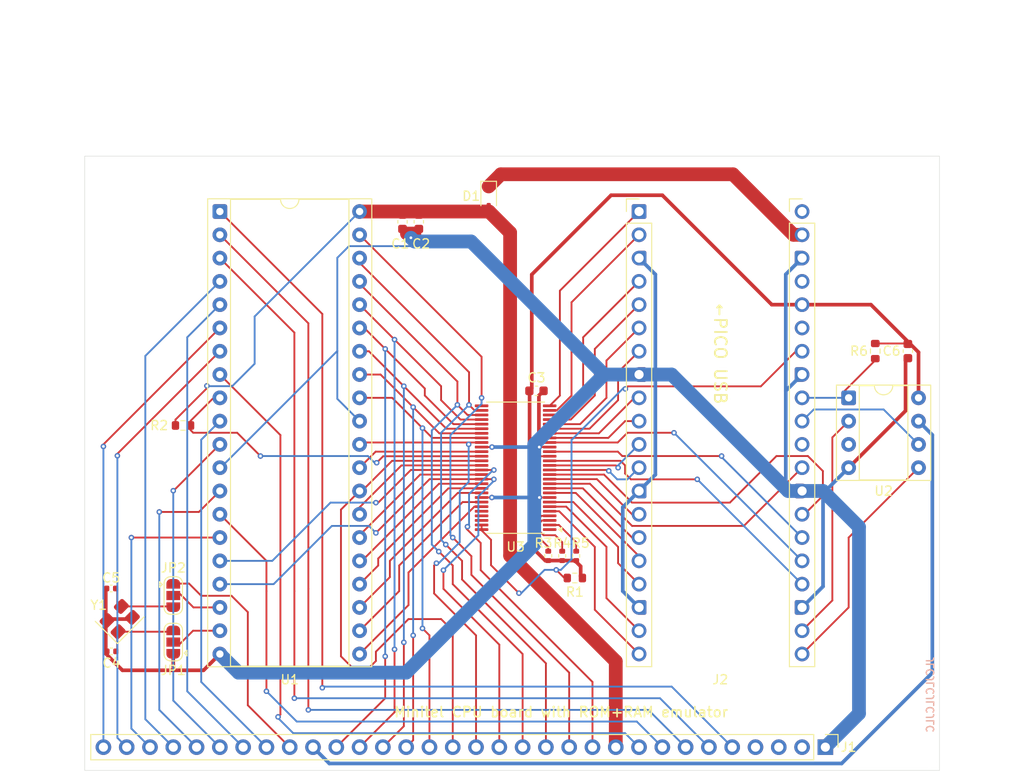
<source format=kicad_pcb>
(kicad_pcb (version 20241229) (generator "pcbnew") (generator_version "9.0")
  (layers (0 "F.Cu" signal) (2 "B.Cu" signal) (13 "F.Paste" user) (15 "B.Paste" user) (5 "F.SilkS" user "F.Silkscreen") (7 "B.SilkS" user "B.Silkscreen") (1 "F.Mask" user) (3 "B.Mask" user) (25 "Edge.Cuts" user))
  (net 0 "")
  (net 1 "/MODEM{slash}REVERSAL")
  (net 2 "/PERI{slash}TX")
  (net 3 "Net-(JP1-B)")
  (net 4 "/BUS{slash}RD")
  (net 5 "/PERI{slash}PTIN")
  (net 7 "/MODEM{slash}RTS")
  (net 8 "/BUS{slash}WR")
  (net 9 "Net-(JP2-B)")
  (net 10 "/BUS{slash}ALE")
  (net 11 "/MODEM{slash}CD")
  (net 12 "+BATT")
  (net 13 "/KEYB{slash}TX")
  (net 15 "/MODEM{slash}TX")
  (net 16 "/BUS{slash}AD0")
  (net 17 "GND")
  (net 18 "/BUS{slash}AD3")
  (net 19 "+5V")
  (net 20 "/EXTCLK")
  (net 21 "/STANDBY")
  (net 22 "/BUS{slash}AD1")
  (net 23 "/BUS{slash}AD2")
  (net 25 "/PERI{slash}PTOUT")
  (net 26 "/BUS{slash}AD4")
  (net 27 "/MODEM{slash}RX")
  (net 28 "/KEYB{slash}RX")
  (net 29 "/MODEM{slash}RELAY")
  (net 30 "/BUS{slash}AD5")
  (net 31 "/PERI{slash}RX")
  (net 32 "/BUS{slash}AD6")
  (net 33 "/BUS{slash}A15")
  (net 34 "/BUS{slash}AD7")
  (net 35 "/PICO{slash}AD5")
  (net 37 "/PICO{slash}A10")
  (net 38 "/PICO{slash}AD6")
  (net 39 "/PICO{slash}AD3")
  (net 40 "/PICO{slash}A8")
  (net 41 "/PICO{slash}A11")
  (net 42 "/PICO{slash}A15")
  (net 44 "/PICO{slash}A9")
  (net 45 "/PICO{slash}AD1")
  (net 48 "/PICO{slash}A13")
  (net 49 "/PICO{slash}A14")
  (net 50 "/PICO{slash}A12")
  (net 51 "/PICO{slash}AD0")
  (net 52 "/PICO{slash}AD2")
  (net 53 "/PICO{slash}AD4")
  (net 54 "/PICO{slash}AD7")
  (net 55 "Net-(JP1-C)")
  (net 56 "Net-(JP2-C)")
  (net 57 "Net-(J2-GPIO18)")
  (net 58 "Net-(U1-RST)")
  (net 59 "/BUS{slash}PSEN")
  (net 60 "/BUS{slash}A8")
  (net 61 "/BUS{slash}A10")
  (net 62 "/BUS{slash}A14")
  (net 63 "/BUS{slash}A12")
  (net 64 "/BUS{slash}A13")
  (net 65 "/BACKUP{slash}CS")
  (net 66 "/BACKUP{slash}MISO")
  (net 67 "+3V3")
  (net 68 "/BACKUP{slash}MOSI")
  (net 70 "/BACKUP{slash}SCK")
  (net 72 "/BUS{slash}A11")
  (net 73 "/BUS{slash}A9")
  (net 74 "/PICO{slash}ALE")
  (net 75 "/PICO{slash}WR")
  (net 76 "/PICO{slash}RD")
  (net 77 "/PICO{slash}PSEN")
  (net 78 "Net-(D1-K)")
  (net 79 "/PICO{slash}BUS_EN")
  (net 80 "Net-(U3-1A3)")
  (net 81 "Net-(U3-1A2)")
  (net 82 "Net-(U3-1A1)")
  (footprint "Package_DIP:DIP-40_W15.24mm_Socket" (layer "F.Cu") (at 62.12 37.88)
    (property "Reference" "U1")
    (property "Value" "P8032AH")
  )
  (footprint "Capacitor_SMD:C_0402_1005Metric" (layer "F.Cu") (at 50.264 78.994)
    (property "Reference" "C5")
    (property "Value" "30pF")
  )
  (footprint "MountingHole:ToolingHole_1.152mm" (layer "F.Cu") (at 139.51 32.94)
    (property "Reference" "H2" (hide yes))
    (property "Value" "JLCPCB_PCBA_Tooling_Hole")
  )
  (footprint "MountingHole:ToolingHole_1.152mm" (layer "F.Cu") (at 48.48 32.94)
    (property "Reference" "H1" (hide yes))
    (property "Value" "JLCPCB_PCBA_Tooling_Hole")
  )
  (footprint "Resistor_SMD:R_0402_1005Metric" (layer "F.Cu") (at 100.982 75.438 90)
    (property "Reference" "R5")
    (property "Value" "22K")
  )
  (footprint "Package_SO:TSSOP-56_6.1x14mm_P0.5mm" (layer "F.Cu") (at 94.378 65.82 180)
    (property "Reference" "U3")
    (property "Value" "SN74CB3T16211")
  )
  (footprint "Resistor_SMD:R_0402_1005Metric" (layer "F.Cu") (at 99.458 75.44 90)
    (property "Reference" "R4")
    (property "Value" "22K")
  )
  (footprint "Jumper:SolderJumper-3_P1.3mm_Open_RoundedPad1.0x1.5mm" (layer "F.Cu") (at 57.04 79.76 -90)
    (property "Reference" "JP2")
    (property "Value" "SolderJumper_3_Open")
  )
  (footprint "Capacitor_SMD:C_0603_1608Metric" (layer "F.Cu") (at 83.82 39.002 -90)
    (property "Reference" "C2")
    (property "Value" "100nF")
  )
  (footprint "Crystal:Crystal_SMD_3225-4Pin_3.2x2.5mm" (layer "F.Cu") (at 51.198 82.33 45)
    (property "Reference" "Y1")
    (property "Value" "12MHz")
  )
  (footprint "Capacitor_SMD:C_0603_1608Metric" (layer "F.Cu") (at 96.651 57.438)
    (property "Reference" "C3")
    (property "Value" "1uF")
  )
  (footprint "Diode_SMD:D_SOD-323" (layer "F.Cu") (at 91.44 36.195 -90)
    (property "Reference" "D1")
    (property "Value" "1N5819WS")
  )
  (footprint "ProjectFootprints:RaspberryPi_Pico_Common_THT" (layer "F.Cu") (at 107.84 37.88)
    (property "Reference" "J2")
    (property "Value" "RaspberryPico")
  )
  (footprint "Resistor_SMD:R_0603_1608Metric" (layer "F.Cu") (at 100.838 77.851 180)
    (property "Reference" "R1")
    (property "Value" "8K2")
  )
  (footprint "Resistor_SMD:R_0603_1608Metric" (layer "F.Cu") (at 58.103 61.214)
    (property "Reference" "R2")
    (property "Value" "8K2")
  )
  (footprint "Capacitor_SMD:C_0402_1005Metric" (layer "F.Cu") (at 50.292 85.852)
    (property "Reference" "C4")
    (property "Value" "30pF")
  )
  (footprint "Jumper:SolderJumper-3_P1.3mm_Open_RoundedPad1.0x1.5mm" (layer "F.Cu") (at 57.04 84.84 90)
    (property "Reference" "JP1")
    (property "Value" "SolderJumper_3_Open")
  )
  (footprint "Resistor_SMD:R_0402_1005Metric" (layer "F.Cu") (at 97.934 75.44 90)
    (property "Reference" "R3")
    (property "Value" "22K")
  )
  (footprint "Resistor_SMD:R_0603_1608Metric" (layer "F.Cu") (at 133.604 53.099 -90)
    (property "Reference" "R6")
    (property "Value" "8K2")
  )
  (footprint "Capacitor_SMD:C_0603_1608Metric" (layer "F.Cu") (at 82.042 39.002 -90)
    (property "Reference" "C1")
    (property "Value" "1uF")
  )
  (footprint "Capacitor_SMD:C_0603_1608Metric" (layer "F.Cu") (at 137.16 53.099 -90)
    (property "Reference" "C6")
    (property "Value" "100nF")
  )
  (footprint "Connector_PinHeader_2.54mm:PinHeader_1x32_P2.54mm_Vertical" (layer "F.Cu") (at 128.16 96.3 -90)
    (property "Reference" "J1")
    (property "Value" "722039M_CPU_Port")
  )
  (footprint "MountingHole:ToolingHole_1.152mm" (layer "F.Cu") (at 139.51 97.64)
    (property "Reference" "H3" (hide yes))
    (property "Value" "JLCPCB_PCBA_Tooling_Hole")
  )
  (footprint "Package_DIP:DIP-8_W7.62mm_Socket" (layer "F.Cu") (at 130.7 58.2)
    (property "Reference" "U2")
    (property "Value" "23LCV512")
  )
  (gr_rect (start 47.38 31.84) (end 140.61 98.84) (stroke (width 0.05)) (fill no) (layer "Edge.Cuts"))
  (gr_text "Minitel CPU board with ROM+RAM emulator" (at 99.3394 93.1164 0) (layer "F.SilkS") (effects (font (size 1.1 1.1) (thickness 0.18)) (justify bottom)))
  (gr_text "←PICO USB" (at 115.9415 53.34 270) (layer "F.SilkS") (effects (font (size 1.3 1.3) (thickness 0.2)) (justify bottom)))
  (gr_text "JLCJLCJLCJLC" (at 140.0766 86.36 90) (layer "B.SilkS") (effects (font (size 0.8 0.8) (thickness 0.15) (bold yes)) (justify left bottom mirror)))
  (segment (start 52.468 73.44) (end 62.12 73.44) (width 0.2) (layer "F.Cu") (net 1))
  (via (at 52.468 73.44) (size 0.6) (drill 0.3) (layers "F.Cu" "B.Cu") (net 1))
  (segment (start 52.468 73.44) (end 52.468 94.268) (width 0.2) (layer "B.Cu") (net 1))
  (segment (start 52.468 94.268) (end 54.5 96.3) (width 0.2) (layer "B.Cu") (net 1))
  (segment (start 57.04 68.326) (end 57.074 68.326) (width 0.2) (layer "F.Cu") (net 2))
  (segment (start 57.074 68.326) (end 62.12 63.28) (width 0.2) (layer "F.Cu") (net 2))
  (via (at 57.04 68.326) (size 0.6) (drill 0.3) (layers "F.Cu" "B.Cu") (net 2))
  (segment (start 57.04 91.22) (end 62.12 96.3) (width 0.2) (layer "B.Cu") (net 2))
  (segment (start 57.04 68.326) (end 57.04 91.22) (width 0.2) (layer "B.Cu") (net 2))
  (segment (start 56.871142 83.708858) (end 57.04 83.54) (width 0.2) (layer "F.Cu") (net 3))
  (segment (start 50.92 85.852) (end 50.92 83.958081) (width 0.2) (layer "F.Cu") (net 3))
  (segment (start 51.021223 83.708858) (end 56.871142 83.708858) (width 0.2) (layer "F.Cu") (net 3))
  (segment (start 90.6655 67.07) (end 91.984412 67.07) (width 0.2) (layer "F.Cu") (net 4))
  (segment (start 86.504 79.028) (end 92.6 85.124) (width 0.2) (layer "F.Cu") (net 4))
  (segment (start 86.758 67.07) (end 85 67.07) (width 0.2) (layer "F.Cu") (net 4))
  (segment (start 91.984412 67.07) (end 92.004412 67.09) (width 0.2) (layer "F.Cu") (net 4))
  (segment (start 86.504 76.996) (end 86.504 79.028) (width 0.2) (layer "F.Cu") (net 4))
  (segment (start 85 67.07) (end 79.138 72.932) (width 0.2) (layer "F.Cu") (net 4))
  (segment (start 92.6 85.124) (end 92.6 96.3) (width 0.2) (layer "F.Cu") (net 4))
  (segment (start 90.6655 67.07) (end 86.758 67.07) (width 0.2) (layer "F.Cu") (net 4))
  (via (at 92.004412 67.09) (size 0.6) (drill 0.3) (layers "F.Cu" "B.Cu") (net 4))
  (via (at 79.138 72.932) (size 0.6) (drill 0.3) (layers "F.Cu" "B.Cu") (net 4))
  (via (at 86.504 76.996) (size 0.6) (drill 0.3) (layers "F.Cu" "B.Cu") (net 4))
  (segment (start 90.314 68.951206) (end 90.314 73.186) (width 0.2) (layer "B.Cu") (net 4))
  (segment (start 92.004412 67.260794) (end 90.314 68.951206) (width 0.2) (layer "B.Cu") (net 4))
  (segment (start 67.9872 78.52) (end 62.12 78.52) (width 0.2) (layer "B.Cu") (net 4))
  (segment (start 92.004412 67.09) (end 92.004412 67.260794) (width 0.2) (layer "B.Cu") (net 4))
  (segment (start 86.504 76.996) (end 90.314 73.186) (width 0.2) (layer "B.Cu") (net 4))
  (segment (start 78.376 72.17) (end 74.3372 72.17) (width 0.2) (layer "B.Cu") (net 4))
  (segment (start 74.3372 72.17) (end 67.9872 78.52) (width 0.2) (layer "B.Cu") (net 4))
  (segment (start 79.138 72.932) (end 78.376 72.17) (width 0.2) (layer "B.Cu") (net 4))
  (segment (start 68.724 92.744) (end 68.724 62.264) (width 0.2) (layer "F.Cu") (net 5))
  (segment (start 68.724 62.264) (end 62.12 55.66) (width 0.2) (layer "F.Cu") (net 5))
  (segment (start 68.47 92.998) (end 68.724 92.744) (width 0.2) (layer "F.Cu") (net 5))
  (via (at 68.47 92.998) (size 0.6) (drill 0.3) (layers "F.Cu" "B.Cu") (net 5))
  (segment (start 70.121 94.776) (end 106.316 94.776) (width 0.2) (layer "B.Cu") (net 5))
  (segment (start 68.47 92.998) (end 68.47 93.125) (width 0.2) (layer "B.Cu") (net 5))
  (segment (start 106.316 94.776) (end 107.84 96.3) (width 0.2) (layer "B.Cu") (net 5))
  (segment (start 68.47 93.125) (end 70.121 94.776) (width 0.2) (layer "B.Cu") (net 5))
  (segment (start 49.42 63.28) (end 49.42 63.5) (width 0.2) (layer "F.Cu") (net 7))
  (segment (start 62.12 50.58) (end 49.42 63.28) (width 0.2) (layer "F.Cu") (net 7))
  (via (at 49.42 63.5) (size 0.6) (drill 0.3) (layers "F.Cu" "B.Cu") (net 7))
  (segment (start 49.42 63.5) (end 49.42 96.3) (width 0.2) (layer "B.Cu") (net 7))
  (segment (start 89.125 72.251) (end 89.044 72.332) (width 0.2) (layer "F.Cu") (net 8))
  (segment (start 90.568 76.996) (end 102.76 89.188) (width 0.2) (layer "F.Cu") (net 8))
  (segment (start 92.000412 66.07) (end 92.004412 66.074) (width 0.2) (layer "F.Cu") (net 8))
  (segment (start 82.952 66.07) (end 90.6655 66.07) (width 0.2) (layer "F.Cu") (net 8))
  (segment (start 89.044 72.332) (end 89.044 72.505) (width 0.2) (layer "F.Cu") (net 8))
  (segment (start 79.138 69.63) (end 79.392 69.63) (width 0.2) (layer "F.Cu") (net 8))
  (segment (start 102.76 89.188) (end 102.76 96.3) (width 0.2) (layer "F.Cu") (net 8))
  (segment (start 90.568 74.029) (end 90.568 76.996) (width 0.2) (layer "F.Cu") (net 8))
  (segment (start 89.044 72.505) (end 90.568 74.029) (width 0.2) (layer "F.Cu") (net 8))
  (segment (start 90.6655 66.07) (end 92.000412 66.07) (width 0.2) (layer "F.Cu") (net 8))
  (segment (start 79.392 69.63) (end 82.952 66.07) (width 0.2) (layer "F.Cu") (net 8))
  (via (at 89.125 72.251) (size 0.6) (drill 0.3) (layers "F.Cu" "B.Cu") (net 8))
  (via (at 79.138 69.63) (size 0.6) (drill 0.3) (layers "F.Cu" "B.Cu") (net 8))
  (via (at 92.004412 66.074) (size 0.6) (drill 0.3) (layers "F.Cu" "B.Cu") (net 8))
  (segment (start 89.298 72.078) (end 89.298 68.697206) (width 0.2) (layer "B.Cu") (net 8))
  (segment (start 89.298 68.697206) (end 91.921206 66.074) (width 0.2) (layer "B.Cu") (net 8))
  (segment (start 79.138 69.63) (end 74.1848 69.63) (width 0.2) (layer "B.Cu") (net 8))
  (segment (start 67.8348 75.98) (end 62.12 75.98) (width 0.2) (layer "B.Cu") (net 8))
  (segment (start 91.921206 66.074) (end 92.004412 66.074) (width 0.2) (layer "B.Cu") (net 8))
  (segment (start 74.1848 69.63) (end 67.8348 75.98) (width 0.2) (layer "B.Cu") (net 8))
  (segment (start 89.125 72.251) (end 89.298 72.078) (width 0.2) (layer "B.Cu") (net 8))
  (segment (start 56.931142 80.951142) (end 51.374777 80.951142) (width 0.2) (layer "F.Cu") (net 9))
  (segment (start 50.874858 80.951142) (end 50.8 81.026) (width 0.2) (layer "F.Cu") (net 9))
  (segment (start 50.744 78.994) (end 50.8 79.05) (width 0.2) (layer "F.Cu") (net 9))
  (segment (start 57.04 81.06) (end 56.931142 80.951142) (width 0.2) (layer "F.Cu") (net 9))
  (segment (start 50.92 79.05) (end 50.92 81.026) (width 0.2) (layer "F.Cu") (net 9))
  (segment (start 85.488 76.488) (end 85.742 76.234) (width 0.2) (layer "F.Cu") (net 10))
  (segment (start 90.06 96.3) (end 90.06 84.108) (width 0.2) (layer "F.Cu") (net 10))
  (segment (start 77.36 63.28) (end 77.57 63.07) (width 0.2) (layer "F.Cu") (net 10))
  (segment (start 85.488 79.536) (end 85.488 76.488) (width 0.2) (layer "F.Cu") (net 10))
  (segment (start 90.06 84.108) (end 85.488 79.536) (width 0.2) (layer "F.Cu") (net 10))
  (segment (start 77.57 63.07) (end 90.6655 63.07) (width 0.2) (layer "F.Cu") (net 10))
  (via (at 89.2556 63.2714) (size 0.6) (drill 0.3) (layers "F.Cu" "B.Cu") (net 10))
  (via (at 85.742 76.234) (size 0.6) (drill 0.3) (layers "F.Cu" "B.Cu") (net 10))
  (segment (start 89.2556 67.3864) (end 88.282 68.36) (width 0.2) (layer "B.Cu") (net 10))
  (segment (start 88.282 73.948) (end 85.996 76.234) (width 0.2) (layer "B.Cu") (net 10))
  (segment (start 89.2556 63.2714) (end 89.2556 67.3864) (width 0.2) (layer "B.Cu") (net 10))
  (segment (start 88.282 68.36) (end 88.282 73.948) (width 0.2) (layer "B.Cu") (net 10))
  (segment (start 85.996 76.234) (end 85.742 76.234) (width 0.2) (layer "B.Cu") (net 10))
  (segment (start 53.992 93.252) (end 53.992 53.628) (width 0.2) (layer "B.Cu") (net 11))
  (segment (start 53.992 53.628) (end 62.12 45.5) (width 0.2) (layer "B.Cu") (net 11))
  (segment (start 57.04 96.3) (end 53.992 93.252) (width 0.2) (layer "B.Cu") (net 11))
  (segment (start 139.827 62.247) (end 139.827 88.189) (width 0.4) (layer "B.Cu") (net 12))
  (segment (start 74.058 98.078) (end 72.28 96.3) (width 0.4) (layer "B.Cu") (net 12))
  (segment (start 129.938 98.078) (end 74.058 98.078) (width 0.4) (layer "B.Cu") (net 12))
  (segment (start 138.32 60.74) (end 139.827 62.247) (width 0.4) (layer "B.Cu") (net 12))
  (segment (start 139.827 88.189) (end 129.938 98.078) (width 0.4) (layer "B.Cu") (net 12))
  (segment (start 62.12 40.42) (end 71.772 50.072) (width 0.2) (layer "F.Cu") (net 13))
  (segment (start 71.772 79.028) (end 71.772 92.236) (width 0.2) (layer "F.Cu") (net 13))
  (segment (start 71.772 50.072) (end 71.772 79.028) (width 0.2) (layer "F.Cu") (net 13))
  (via (at 71.772 92.236) (size 0.6) (drill 0.3) (layers "F.Cu" "B.Cu") (net 13))
  (segment (start 108.856 92.236) (end 112.92 96.3) (width 0.2) (layer "B.Cu") (net 13))
  (segment (start 71.772 92.236) (end 108.856 92.236) (width 0.2) (layer "B.Cu") (net 13))
  (segment (start 50.944 64.296) (end 50.944 64.516) (width 0.2) (layer "F.Cu") (net 15))
  (segment (start 62.12 53.12) (end 50.944 64.296) (width 0.2) (layer "F.Cu") (net 15))
  (via (at 50.944 64.516) (size 0.6) (drill 0.3) (layers "F.Cu" "B.Cu") (net 15))
  (segment (start 50.944 64.516) (end 50.944 95.284) (width 0.2) (layer "B.Cu") (net 15))
  (segment (start 50.944 95.284) (end 51.96 96.3) (width 0.2) (layer "B.Cu") (net 15))
  (segment (start 89.552 75.472) (end 89.552 77.504) (width 0.2) (layer "F.Cu") (net 16))
  (segment (start 90.6655 53.7255) (end 90.6655 58.2) (width 0.2) (layer "F.Cu") (net 16))
  (segment (start 100.22 88.172) (end 100.22 96.3) (width 0.2) (layer "F.Cu") (net 16))
  (segment (start 90.6655 58.2) (end 90.6655 59.07) (width 0.2) (layer "F.Cu") (net 16))
  (segment (start 77.36 40.42) (end 90.6655 53.7255) (width 0.2) (layer "F.Cu") (net 16))
  (segment (start 89.552 77.504) (end 100.22 88.172) (width 0.2) (layer "F.Cu") (net 16))
  (segment (start 87.52 73.44) (end 89.552 75.472) (width 0.2) (layer "F.Cu") (net 16))
  (via (at 87.52 73.44) (size 0.6) (drill 0.3) (layers "F.Cu" "B.Cu") (net 16))
  (via (at 90.6655 58.2) (size 0.6) (drill 0.3) (layers "F.Cu" "B.Cu") (net 16))
  (segment (start 87.52 73.44) (end 87.266 73.186) (width 0.2) (layer "B.Cu") (net 16))
  (segment (start 90.6655 58.8645) (end 90.6655 58.2) (width 0.2) (layer "B.Cu") (net 16))
  (segment (start 87.266 73.186) (end 87.266 62.264) (width 0.2) (layer "B.Cu") (net 16))
  (segment (start 87.266 62.264) (end 90.6655 58.8645) (width 0.2) (layer "B.Cu") (net 16))
  (segment (start 57.04 87.918) (end 60.342 87.918) (width 0.4) (layer "F.Cu") (net 17))
  (segment (start 83.3374 40.2844) (end 82.5246 40.2844) (width 1.5) (layer "F.Cu") (net 17))
  (segment (start 96.97 69.07) (end 98.0905 69.07) (width 0.2) (layer "F.Cu") (net 17))
  (segment (start 57.04 87.918) (end 51.4944 87.918) (width 0.4) (layer "F.Cu") (net 17))
  (segment (start 136.906 59.614) (end 136.906 54.128) (width 0.4) (layer "F.Cu") (net 17))
  (segment (start 49.995919 82.33) (end 49.819142 82.506777) (width 0.4) (layer "F.Cu") (net 17))
  (segment (start 96.918 57.946) (end 96.918 63.534) (width 0.4) (layer "F.Cu") (net 17))
  (segment (start 97.426 57.438) (end 96.918 57.946) (width 0.4) (layer "F.Cu") (net 17))
  (segment (start 52.576858 82.153223) (end 52.400081 82.33) (width 0.4) (layer "F.Cu") (net 17))
  (segment (start 52.400081 82.33) (end 49.995919 82.33) (width 0.4) (layer "F.Cu") (net 17))
  (segment (start 60.342 87.918) (end 62.12 86.14) (width 0.4) (layer "F.Cu") (net 17))
  (segment (start 51.4944 87.918) (end 49.674 86.0976) (width 0.4) (layer "F.Cu") (net 17))
  (segment (start 130.7 65.82) (end 136.906 59.614) (width 0.4) (layer "F.Cu") (net 17))
  (segment (start 49.674 86.0976) (end 49.674 78.906) (width 0.4) (layer "F.Cu") (net 17))
  (segment (start 91.786 69.07) (end 90.6655 69.07) (width 0.2) (layer "F.Cu") (net 17))
  (segment (start 136.906 54.128) (end 137.16 53.874) (width 0.4) (layer "F.Cu") (net 17))
  (segment (start 91.802 63.57) (end 90.6655 63.57) (width 0.2) (layer "F.Cu") (net 17))
  (segment (start 57.04 86.14) (end 57.04 87.918) (width 0.4) (layer "F.Cu") (net 17))
  (segment (start 96.954 63.57) (end 98.0905 63.57) (width 0.2) (layer "F.Cu") (net 17))
  (segment (start 96.918 63.534) (end 96.954 63.57) (width 0.4) (layer "F.Cu") (net 17))
  (via (at 82.9564 40.7416) (size 0.6) (drill 0.3) (layers "F.Cu" "B.Cu") (net 17))
  (via (at 96.954 63.57) (size 0.6) (drill 0.3) (layers "F.Cu" "B.Cu") (net 17))
  (via (at 91.802 63.57) (size 0.6) (drill 0.3) (layers "F.Cu" "B.Cu") (net 17))
  (via (at 96.97 69.07) (size 0.6) (drill 0.3) (layers "F.Cu" "B.Cu") (net 17))
  (via (at 91.786 69.07) (size 0.6) (drill 0.3) (layers "F.Cu" "B.Cu") (net 17))
  (segment (start 130.7 65.82) (end 128.16 68.36) (width 0.4) (layer "B.Cu") (net 17))
  (segment (start 124.096 68.36) (end 111.396 55.66) (width 1.5) (layer "B.Cu") (net 17))
  (segment (start 123.842 57.438) (end 123.842 44.738) (width 0.4) (layer "B.Cu") (net 17))
  (segment (start 76.2 41.656) (end 82.8548 41.656) (width 0.2) (layer "B.Cu") (net 17))
  (segment (start 111.396 55.66) (end 107.84 55.66) (width 1.5) (layer "B.Cu") (net 17))
  (segment (start 123.842 68.106) (end 123.842 57.438) (width 0.4) (layer "B.Cu") (net 17))
  (segment (start 131.826 92.634) (end 128.16 96.3) (width 1.5) (layer "B.Cu") (net 17))
  (segment (start 96.41 74.202) (end 96.41 69.122) (width 1.5) (layer "B.Cu") (net 17))
  (segment (start 64.152 88.172) (end 82.44 88.172) (width 1.5) (layer "B.Cu") (net 17))
  (segment (start 106.062 79.282) (end 106.062 70.138) (width 0.4) (layer "B.Cu") (net 17))
  (segment (start 91.786 69.07) (end 96.358 69.07) (width 0.4) (layer "B.Cu") (net 17))
  (segment (start 82.9564 41.5544) (end 82.9564 40.7416) (width 0.2) (layer "B.Cu") (net 17))
  (segment (start 109.618 66.582) (end 109.618 55.66) (width 0.4) (layer "B.Cu") (net 17))
  (segment (start 128.16 68.36) (end 127.906 68.36) (width 0.4) (layer "B.Cu") (net 17))
  (segment (start 91.802 63.57) (end 96.12 63.57) (width 0.4) (layer "B.Cu") (net 17))
  (segment (start 74.93 42.926) (end 76.2 41.656) (width 0.2) (layer "B.Cu") (net 17))
  (segment (start 107.84 55.66) (end 109.618 55.66) (width 1) (layer "B.Cu") (net 17))
  (segment (start 104.03 55.66) (end 107.84 55.66) (width 1.5) (layer "B.Cu") (net 17))
  (segment (start 106.062 70.138) (end 107.84 68.36) (width 0.4) (layer "B.Cu") (net 17))
  (segment (start 62.196 65.82) (end 74.93 53.086) (width 0.2) (layer "B.Cu") (net 17))
  (segment (start 109.618 55.66) (end 109.618 44.738) (width 0.4) (layer "B.Cu") (net 17))
  (segment (start 96.41 63.28) (end 104.03 55.66) (width 1.5) (layer "B.Cu") (net 17))
  (segment (start 131.826 72.28) (end 131.826 92.634) (width 1.5) (layer "B.Cu") (net 17))
  (segment (start 107.84 68.36) (end 109.618 66.582) (width 0.4) (layer "B.Cu") (net 17))
  (segment (start 123.842 44.738) (end 125.62 42.96) (width 0.4) (layer "B.Cu") (net 17))
  (segment (start 89.518 41.148) (end 83.3628 41.148) (width 1.5) (layer "B.Cu") (net 17))
  (segment (start 74.93 53.086) (end 74.93 42.926) (width 0.2) (layer "B.Cu") (net 17))
  (segment (start 83.3628 41.148) (end 82.9564 40.7416) (width 1.5) (layer "B.Cu") (net 17))
  (segment (start 107.84 81.06) (end 106.062 79.282) (width 0.4) (layer "B.Cu") (net 17))
  (segment (start 96.358 69.07) (end 96.41 69.122) (width 0.4) (layer "B.Cu") (net 17))
  (segment (start 62.12 65.82) (end 62.196 65.82) (width 0.2) (layer "B.Cu") (net 17))
  (segment (start 125.62 81.06) (end 127.906 78.774) (width 0.4) (layer "B.Cu") (net 17))
  (segment (start 74.93 58.31) (end 74.93 53.086) (width 0.2) (layer "B.Cu") (net 17))
  (segment (start 82.8548 41.656) (end 82.9564 41.5544) (width 0.2) (layer "B.Cu") (net 17))
  (segment (start 96.12 63.57) (end 96.41 63.28) (width 0.4) (layer "B.Cu") (net 17))
  (segment (start 96.41 69.122) (end 96.41 63.28) (width 1.5) (layer "B.Cu") (net 17))
  (segment (start 127.906 68.36) (end 131.826 72.28) (width 1.5) (layer "B.Cu") (net 17))
  (segment (start 104.03 55.66) (end 89.518 41.148) (width 1.5) (layer "B.Cu") (net 17))
  (segment (start 77.36 60.74) (end 74.93 58.31) (width 0.2) (layer "B.Cu") (net 17))
  (segment (start 125.62 68.36) (end 124.096 68.36) (width 1.5) (layer "B.Cu") (net 17))
  (segment (start 125.62 55.66) (end 123.842 57.438) (width 0.4) (layer "B.Cu") (net 17))
  (segment (start 82.44 88.172) (end 96.41 74.202) (width 1.5) (layer "B.Cu") (net 17))
  (segment (start 127.906 78.774) (end 127.906 68.36) (width 0.4) (layer "B.Cu") (net 17))
  (segment (start 109.618 44.738) (end 107.84 42.96) (width 0.4) (layer "B.Cu") (net 17))
  (segment (start 62.12 86.14) (end 64.152 88.172) (width 1.5) (layer "B.Cu") (net 17))
  (segment (start 127.906 68.36) (end 125.62 68.36) (width 1.5) (layer "B.Cu") (net 17))
  (segment (start 81.17 92.49) (end 77.36 96.3) (width 0.2) (layer "F.Cu") (net 18))
  (segment (start 81.17 51.85) (end 86.25 56.93) (width 0.2) (layer "F.Cu") (net 18))
  (segment (start 81.17 85.632) (end 81.17 92.49) (width 0.2) (layer "F.Cu") (net 18))
  (segment (start 88.366 60.57) (end 90.6655 60.57) (width 0.2) (layer "F.Cu") (net 18))
  (segment (start 86.25 56.93) (end 86.25 58.454) (width 0.2) (layer "F.Cu") (net 18))
  (segment (start 86.25 58.454) (end 88.366 60.57) (width 0.2) (layer "F.Cu") (net 18))
  (segment (start 81.17 51.85) (end 77.36 48.04) (width 0.2) (layer "F.Cu") (net 18))
  (via (at 81.17 51.85) (size 0.6) (drill 0.3) (layers "F.Cu" "B.Cu") (net 18))
  (via (at 81.17 85.632) (size 0.6) (drill 0.3) (layers "F.Cu" "B.Cu") (net 18))
  (segment (start 81.17 85.632) (end 81.17 51.85) (width 0.2) (layer "B.Cu") (net 18))
  (segment (start 57.278 60.578) (end 57.278 61.214) (width 0.2) (layer "F.Cu") (net 19))
  (segment (start 105.3 86.9358) (end 93.7768 75.4126) (width 1.5) (layer "F.Cu") (net 19))
  (segment (start 105.3 96.3) (end 105.3 86.9358) (width 1.5) (layer "F.Cu") (net 19))
  (segment (start 60.706 56.896) (end 60.706 57.15) (width 0.2) (layer "F.Cu") (net 19))
  (segment (start 93.7768 75.4126) (end 93.7768 40.1828) (width 1.5) (layer "F.Cu") (net 19))
  (segment (start 91.474 37.88) (end 93.7768 40.1828) (width 1.5) (layer "F.Cu") (net 19))
  (segment (start 77.36 37.88) (end 91.474 37.88) (width 1.5) (layer "F.Cu") (net 19))
  (segment (start 60.706 57.15) (end 57.278 60.578) (width 0.2) (layer "F.Cu") (net 19))
  (via (at 60.706 56.896) (size 0.6) (drill 0.3) (layers "F.Cu" "B.Cu") (net 19))
  (segment (start 65.913 54.483) (end 65.913 49.327) (width 0.2) (layer "B.Cu") (net 19))
  (segment (start 60.706 56.896) (end 60.892 56.896) (width 0.2) (layer "B.Cu") (net 19))
  (segment (start 60.926 56.93) (end 63.466 56.93) (width 0.2) (layer "B.Cu") (net 19))
  (segment (start 65.913 49.327) (end 77.36 37.88) (width 0.2) (layer "B.Cu") (net 19))
  (segment (start 63.466 56.93) (end 65.913 54.483) (width 0.2) (layer "B.Cu") (net 19))
  (segment (start 60.892 56.896) (end 60.926 56.93) (width 0.2) (layer "B.Cu") (net 19))
  (segment (start 58.758 78.46) (end 60.088 79.79) (width 0.2) (layer "F.Cu") (net 20))
  (segment (start 60.088 79.79) (end 63.39 79.79) (width 0.2) (layer "F.Cu") (net 20))
  (segment (start 65.168 81.568) (end 65.168 91.728) (width 0.2) (layer "F.Cu") (net 20))
  (segment (start 63.39 79.79) (end 65.168 81.568) (width 0.2) (layer "F.Cu") (net 20))
  (segment (start 57.04 78.46) (end 58.758 78.46) (width 0.2) (layer "F.Cu") (net 20))
  (segment (start 65.168 91.728) (end 69.74 96.3) (width 0.2) (layer "F.Cu") (net 20))
  (segment (start 73.296 89.823) (end 73.296 49.056) (width 0.2) (layer "F.Cu") (net 21))
  (segment (start 73.296 49.056) (end 62.12 37.88) (width 0.2) (layer "F.Cu") (net 21))
  (via (at 73.296 89.823) (size 0.6) (drill 0.3) (layers "F.Cu" "B.Cu") (net 21))
  (segment (start 73.423 89.823) (end 73.55 89.696) (width 0.2) (layer "B.Cu") (net 21))
  (segment (start 73.55 89.696) (end 111.396 89.696) (width 0.2) (layer "B.Cu") (net 21))
  (segment (start 73.296 89.823) (end 73.423 89.823) (width 0.2) (layer "B.Cu") (net 21))
  (segment (start 111.396 89.696) (end 118 96.3) (width 0.2) (layer "B.Cu") (net 21))
  (segment (start 88.536 78.012) (end 97.68 87.156) (width 0.2) (layer "F.Cu") (net 22))
  (segment (start 89.298 55.406) (end 77.36 43.468) (width 0.2) (layer "F.Cu") (net 22))
  (segment (start 77.36 43.468) (end 77.36 42.96) (width 0.2) (layer "F.Cu") (net 22))
  (segment (start 89.292088 58.967912) (end 89.298 58.962) (width 0.2) (layer "F.Cu") (net 22))
  (segment (start 90.6655 59.57) (end 89.894176 59.57) (width 0.2) (layer "F.Cu") (net 22))
  (segment (start 97.68 87.156) (end 97.68 96.3) (width 0.2) (layer "F.Cu") (net 22))
  (segment (start 86.758 74.202) (end 88.536 75.98) (width 0.2) (layer "F.Cu") (net 22))
  (segment (start 88.536 75.98) (end 88.536 78.012) (width 0.2) (layer "F.Cu") (net 22))
  (segment (start 89.894176 59.57) (end 89.292088 58.967912) (width 0.2) (layer "F.Cu") (net 22))
  (segment (start 89.298 58.962) (end 89.298 55.406) (width 0.2) (layer "F.Cu") (net 22))
  (via (at 86.758 74.202) (size 0.6) (drill 0.3) (layers "F.Cu" "B.Cu") (net 22))
  (via (at 89.292088 58.967912) (size 0.6) (drill 0.3) (layers "F.Cu" "B.Cu") (net 22))
  (segment (start 86.25 73.694) (end 86.758 74.202) (width 0.2) (layer "B.Cu") (net 22))
  (segment (start 89.292088 58.967912) (end 86.25 62.01) (width 0.2) (layer "B.Cu") (net 22))
  (segment (start 86.25 62.01) (end 86.25 73.694) (width 0.2) (layer "B.Cu") (net 22))
  (segment (start 87.52 78.52) (end 95.14 86.14) (width 0.2) (layer "F.Cu") (net 23))
  (segment (start 87.52 76.488) (end 87.52 78.52) (width 0.2) (layer "F.Cu") (net 23))
  (segment (start 77.36 45.754) (end 77.36 45.5) (width 0.2) (layer "F.Cu") (net 23))
  (segment (start 88.028 56.422) (end 77.36 45.754) (width 0.2) (layer "F.Cu") (net 23))
  (segment (start 89.136 60.07) (end 88.028 58.962) (width 0.2) (layer "F.Cu") (net 23))
  (segment (start 85.996 74.964) (end 87.52 76.488) (width 0.2) (layer "F.Cu") (net 23))
  (segment (start 95.14 86.14) (end 95.14 96.3) (width 0.2) (layer "F.Cu") (net 23))
  (segment (start 90.6655 60.07) (end 89.136 60.07) (width 0.2) (layer "F.Cu") (net 23))
  (segment (start 88.028 58.962) (end 88.028 56.422) (width 0.2) (layer "F.Cu") (net 23))
  (via (at 85.996 74.964) (size 0.6) (drill 0.3) (layers "F.Cu" "B.Cu") (net 23))
  (via (at 88.028 58.962) (size 0.6) (drill 0.3) (layers "F.Cu" "B.Cu") (net 23))
  (segment (start 88.028 58.962) (end 85.234 61.756) (width 0.2) (layer "B.Cu") (net 23))
  (segment (start 85.234 61.756) (end 85.234 74.202) (width 0.2) (layer "B.Cu") (net 23))
  (segment (start 85.234 74.202) (end 85.996 74.964) (width 0.2) (layer "B.Cu") (net 23))
  (segment (start 67.2 79.282) (end 67.2 90.204) (width 0.2) (layer "F.Cu") (net 25))
  (segment (start 62.12 70.9) (end 67.2 75.98) (width 0.2) (layer "F.Cu") (net 25))
  (segment (start 67.2 75.98) (end 67.2 79.282) (width 0.2) (layer "F.Cu") (net 25))
  (via (at 67.2 90.204) (size 0.6) (drill 0.3) (layers "F.Cu" "B.Cu") (net 25))
  (segment (start 107.586 93.506) (end 70.502 93.506) (width 0.2) (layer "B.Cu") (net 25))
  (segment (start 70.502 93.506) (end 67.2 90.204) (width 0.2) (layer "B.Cu") (net 25))
  (segment (start 110.38 96.3) (end 107.586 93.506) (width 0.2) (layer "B.Cu") (net 25))
  (segment (start 80.154 52.866) (end 77.868 50.58) (width 0.2) (layer "F.Cu") (net 26))
  (segment (start 77.868 50.58) (end 77.36 50.58) (width 0.2) (layer "F.Cu") (net 26))
  (segment (start 84.472 57.184) (end 84.472 57.946) (width 0.2) (layer "F.Cu") (net 26))
  (segment (start 80.154 86.394) (end 80.154 90.966) (width 0.2) (layer "F.Cu") (net 26))
  (segment (start 84.472 57.946) (end 87.596 61.07) (width 0.2) (layer "F.Cu") (net 26))
  (segment (start 87.596 61.07) (end 90.6655 61.07) (width 0.2) (layer "F.Cu") (net 26))
  (segment (start 80.154 52.866) (end 84.472 57.184) (width 0.2) (layer "F.Cu") (net 26))
  (segment (start 80.154 90.966) (end 74.82 96.3) (width 0.2) (layer "F.Cu") (net 26))
  (via (at 80.154 86.394) (size 0.6) (drill 0.3) (layers "F.Cu" "B.Cu") (net 26))
  (via (at 80.154 52.866) (size 0.6) (drill 0.3) (layers "F.Cu" "B.Cu") (net 26))
  (segment (start 80.154 86.394) (end 80.154 52.866) (width 0.2) (layer "B.Cu") (net 26))
  (segment (start 55.516 70.646) (end 59.834 70.646) (width 0.2) (layer "F.Cu") (net 27))
  (segment (start 59.834 70.646) (end 62.12 68.36) (width 0.2) (layer "F.Cu") (net 27))
  (via (at 55.516 70.646) (size 0.6) (drill 0.3) (layers "F.Cu" "B.Cu") (net 27))
  (segment (start 55.516 92.236) (end 59.58 96.3) (width 0.2) (layer "B.Cu") (net 27))
  (segment (start 55.516 70.646) (end 55.516 92.236) (width 0.2) (layer "B.Cu") (net 27))
  (segment (start 62.12 42.96) (end 70.248 51.088) (width 0.2) (layer "F.Cu") (net 28))
  (segment (start 70.248 79.282) (end 70.248 90.966) (width 0.2) (layer "F.Cu") (net 28))
  (segment (start 70.248 51.088) (end 70.248 79.282) (width 0.2) (layer "F.Cu") (net 28))
  (via (at 70.248 90.966) (size 0.6) (drill 0.3) (layers "F.Cu" "B.Cu") (net 28))
  (segment (start 70.248 90.966) (end 110.126 90.966) (width 0.2) (layer "B.Cu") (net 28))
  (segment (start 110.126 90.966) (end 115.46 96.3) (width 0.2) (layer "B.Cu") (net 28))
  (segment (start 58.564 51.596) (end 62.12 48.04) (width 0.2) (layer "B.Cu") (net 29))
  (segment (start 58.564 90.204) (end 58.564 51.596) (width 0.2) (layer "B.Cu") (net 29))
  (segment (start 64.66 96.3) (end 58.564 90.204) (width 0.2) (layer "B.Cu") (net 29))
  (segment (start 86.826 61.57) (end 90.6655 61.57) (width 0.2) (layer "F.Cu") (net 30))
  (segment (start 82.186 56.93) (end 86.826 61.57) (width 0.2) (layer "F.Cu") (net 30))
  (segment (start 78.376 53.12) (end 77.36 53.12) (width 0.2) (layer "F.Cu") (net 30))
  (segment (start 82.186 56.93) (end 78.376 53.12) (width 0.2) (layer "F.Cu") (net 30))
  (segment (start 82.186 94.014) (end 79.9 96.3) (width 0.2) (layer "F.Cu") (net 30))
  (segment (start 82.186 84.87) (end 82.186 94.014) (width 0.2) (layer "F.Cu") (net 30))
  (via (at 82.186 84.87) (size 0.6) (drill 0.3) (layers "F.Cu" "B.Cu") (net 30))
  (via (at 82.186 56.93) (size 0.6) (drill 0.3) (layers "F.Cu" "B.Cu") (net 30))
  (segment (start 82.186 84.87) (end 82.186 56.93) (width 0.2) (layer "B.Cu") (net 30))
  (segment (start 67.2 96.3) (end 60.088 89.188) (width 0.2) (layer "B.Cu") (net 31))
  (segment (start 60.088 89.188) (end 60.088 62.772) (width 0.2) (layer "B.Cu") (net 31))
  (segment (start 60.088 62.772) (end 62.12 60.74) (width 0.2) (layer "B.Cu") (net 31))
  (segment (start 86.056 62.07) (end 90.6655 62.07) (width 0.2) (layer "F.Cu") (net 32))
  (segment (start 83.202 84.108) (end 83.202 95.538) (width 0.2) (layer "F.Cu") (net 32))
  (segment (start 83.202 59.216) (end 86.056 62.07) (width 0.2) (layer "F.Cu") (net 32))
  (segment (start 79.646 55.66) (end 77.36 55.66) (width 0.2) (layer "F.Cu") (net 32))
  (segment (start 83.202 59.216) (end 79.646 55.66) (width 0.2) (layer "F.Cu") (net 32))
  (segment (start 83.202 95.538) (end 82.44 96.3) (width 0.2) (layer "F.Cu") (net 32))
  (via (at 83.202 84.108) (size 0.6) (drill 0.3) (layers "F.Cu" "B.Cu") (net 32))
  (via (at 83.202 59.216) (size 0.6) (drill 0.3) (layers "F.Cu" "B.Cu") (net 32))
  (segment (start 83.202 84.108) (end 83.202 59.216) (width 0.2) (layer "B.Cu") (net 32))
  (segment (start 86.25 82.33) (end 82.694 82.33) (width 0.2) (layer "F.Cu") (net 33))
  (segment (start 87.52 96.3) (end 87.52 83.6) (width 0.2) (layer "F.Cu") (net 33))
  (segment (start 82.694 82.33) (end 79.138 85.886) (width 0.2) (layer "F.Cu") (net 33))
  (segment (start 78.376 87.664) (end 76.598 87.664) (width 0.2) (layer "F.Cu") (net 33))
  (segment (start 76.598 87.664) (end 75.328 86.394) (width 0.2) (layer "F.Cu") (net 33))
  (segment (start 77.614 68.36) (end 77.36 68.36) (width 0.2) (layer "F.Cu") (net 33))
  (segment (start 79.138 85.886) (end 79.138 86.902) (width 0.2) (layer "F.Cu") (net 33))
  (segment (start 79.138 86.902) (end 78.376 87.664) (width 0.2) (layer "F.Cu") (net 33))
  (segment (start 80.904 65.07) (end 77.614 68.36) (width 0.2) (layer "F.Cu") (net 33))
  (segment (start 90.6655 65.07) (end 80.904 65.07) (width 0.2) (layer "F.Cu") (net 33))
  (segment (start 87.52 83.6) (end 86.25 82.33) (width 0.2) (layer "F.Cu") (net 33))
  (segment (start 75.328 70.392) (end 77.36 68.36) (width 0.2) (layer "F.Cu") (net 33))
  (segment (start 75.328 86.394) (end 75.328 70.392) (width 0.2) (layer "F.Cu") (net 33))
  (segment (start 84.218 61.502) (end 85.286 62.57) (width 0.2) (layer "F.Cu") (net 34))
  (segment (start 84.218 61.502) (end 80.916 58.2) (width 0.2) (layer "F.Cu") (net 34))
  (segment (start 80.916 58.2) (end 77.36 58.2) (width 0.2) (layer "F.Cu") (net 34))
  (segment (start 85.286 62.57) (end 90.6655 62.57) (width 0.2) (layer "F.Cu") (net 34))
  (segment (start 84.218 83.346) (end 84.98 84.108) (width 0.2) (layer "F.Cu") (net 34))
  (segment (start 84.98 84.108) (end 84.98 96.3) (width 0.2) (layer "F.Cu") (net 34))
  (via (at 84.218 61.502) (size 0.6) (drill 0.3) (layers "F.Cu" "B.Cu") (net 34))
  (via (at 84.218 83.346) (size 0.6) (drill 0.3) (layers "F.Cu" "B.Cu") (net 34))
  (segment (start 84.218 83.346) (end 84.218 61.502) (width 0.2) (layer "B.Cu") (net 34))
  (segment (start 105.554 55.406) (end 107.84 53.12) (width 0.2) (layer "F.Cu") (net 35))
  (segment (start 105.554 58.454) (end 105.554 55.406) (width 0.2) (layer "F.Cu") (net 35))
  (segment (start 102.438 61.57) (end 105.554 58.454) (width 0.2) (layer "F.Cu") (net 35))
  (segment (start 98.0905 61.57) (end 102.438 61.57) (width 0.2) (layer "F.Cu") (net 35))
  (segment (start 100.668 69.57) (end 105.554 74.456) (width 0.2) (layer "F.Cu") (net 37))
  (segment (start 98.0905 69.57) (end 100.668 69.57) (width 0.2) (layer "F.Cu") (net 37))
  (segment (start 105.554 74.456) (end 105.554 76.234) (width 0.2) (layer "F.Cu") (net 37))
  (segment (start 105.554 76.234) (end 107.84 78.52) (width 0.2) (layer "F.Cu") (net 37))
  (segment (start 98.0905 62.07) (end 103.462 62.07) (width 0.2) (layer "F.Cu") (net 38))
  (segment (start 107.332 58.2) (end 107.84 58.2) (width 0.2) (layer "F.Cu") (net 38))
  (segment (start 103.462 62.07) (end 107.332 58.2) (width 0.2) (layer "F.Cu") (net 38))
  (segment (start 98.0905 60.57) (end 100.39 60.57) (width 0.2) (layer "F.Cu") (net 39))
  (segment (start 103.014 57.946) (end 103.014 52.866) (width 0.2) (layer "F.Cu") (net 39))
  (segment (start 100.39 60.57) (end 103.014 57.946) (width 0.2) (layer "F.Cu") (net 39))
  (segment (start 103.014 52.866) (end 107.84 48.04) (width 0.2) (layer "F.Cu") (net 39))
  (segment (start 99.128 70.57) (end 103.014 74.456) (width 0.2) (layer "F.Cu") (net 40))
  (segment (start 103.014 74.456) (end 103.014 81.314) (width 0.2) (layer "F.Cu") (net 40))
  (segment (start 98.0905 70.57) (end 99.128 70.57) (width 0.2) (layer "F.Cu") (net 40))
  (segment (start 103.014 81.314) (end 107.84 86.14) (width 0.2) (layer "F.Cu") (net 40))
  (segment (start 100.938 68.57) (end 107.84 75.472) (width 0.2) (layer "F.Cu") (net 41))
  (segment (start 98.0905 68.57) (end 100.938 68.57) (width 0.2) (layer "F.Cu") (net 41))
  (segment (start 107.84 75.472) (end 107.84 75.98) (width 0.2) (layer "F.Cu") (net 41))
  (segment (start 105.304 65.57) (end 98.0905 65.57) (width 0.2) (layer "F.Cu") (net 42))
  (segment (start 105.554 65.82) (end 105.304 65.57) (width 0.2) (layer "F.Cu") (net 42))
  (via (at 105.554 65.82) (size 0.6) (drill 0.3) (layers "F.Cu" "B.Cu") (net 42))
  (segment (start 105.554 65.566) (end 105.554 65.82) (width 0.2) (layer "B.Cu") (net 42))
  (segment (start 107.84 63.28) (end 105.554 65.566) (width 0.2) (layer "B.Cu") (net 42))
  (segment (start 107.205 63.28) (end 107.84 63.28) (width 0.2) (layer "B.Cu") (net 42))
  (segment (start 104.284 74.456) (end 104.284 80.044) (width 0.2) (layer "F.Cu") (net 44))
  (segment (start 104.284 80.044) (end 107.84 83.6) (width 0.2) (layer "F.Cu") (net 44))
  (segment (start 98.0905 70.07) (end 99.898 70.07) (width 0.2) (layer "F.Cu") (net 44))
  (segment (start 99.898 70.07) (end 104.284 74.456) (width 0.2) (layer "F.Cu") (net 44))
  (segment (start 100.474 47.786) (end 100.474 57.957824) (width 0.2) (layer "F.Cu") (net 45))
  (segment (start 100.474 57.957824) (end 98.861824 59.57) (width 0.2) (layer "F.Cu") (net 45))
  (segment (start 98.861824 59.57) (end 98.0905 59.57) (width 0.2) (layer "F.Cu") (net 45))
  (segment (start 107.84 40.42) (end 100.474 47.786) (width 0.2) (layer "F.Cu") (net 45))
  (segment (start 98.0905 67.07) (end 103.248 67.07) (width 0.2) (layer "F.Cu") (net 48))
  (segment (start 103.248 67.07) (end 107.078 70.9) (width 0.2) (layer "F.Cu") (net 48))
  (segment (start 107.078 70.9) (end 107.84 70.9) (width 0.2) (layer "F.Cu") (net 48))
  (segment (start 104.438 66.07) (end 98.0905 66.07) (width 0.2) (layer "F.Cu") (net 49))
  (segment (start 107.59 65.57) (end 107.84 65.82) (width 0.2) (layer "F.Cu") (net 49))
  (segment (start 104.538 66.17) (end 104.438 66.07) (width 0.2) (layer "F.Cu") (net 49))
  (via (at 104.538 66.17) (size 0.6) (drill 0.3) (layers "F.Cu" "B.Cu") (net 49))
  (segment (start 106.57 67.09) (end 107.84 65.82) (width 0.2) (layer "B.Cu") (net 49))
  (segment (start 104.538 66.17) (end 105.458 67.09) (width 0.2) (layer "B.Cu") (net 49))
  (segment (start 105.458 67.09) (end 106.57 67.09) (width 0.2) (layer "B.Cu") (net 49))
  (segment (start 98.0905 68.07) (end 101.708 68.07) (width 0.2) (layer "F.Cu") (net 50))
  (segment (start 107.078 73.44) (end 107.84 73.44) (width 0.2) (layer "F.Cu") (net 50))
  (segment (start 101.708 68.07) (end 107.078 73.44) (width 0.2) (layer "F.Cu") (net 50))
  (segment (start 99.204 57.9565) (end 98.0905 59.07) (width 0.2) (layer "F.Cu") (net 51))
  (segment (start 99.204 46.516) (end 99.204 57.9565) (width 0.2) (layer "F.Cu") (net 51))
  (segment (start 107.84 37.88) (end 99.204 46.516) (width 0.2) (layer "F.Cu") (net 51))
  (segment (start 98.0905 60.07) (end 99.62 60.07) (width 0.2) (layer "F.Cu") (net 52))
  (segment (start 99.62 60.07) (end 101.744 57.946) (width 0.2) (layer "F.Cu") (net 52))
  (segment (start 101.744 57.946) (end 101.744 51.596) (width 0.2) (layer "F.Cu") (net 52))
  (segment (start 101.744 51.596) (end 107.84 45.5) (width 0.2) (layer "F.Cu") (net 52))
  (segment (start 101.414 61.07) (end 104.284 58.2) (width 0.2) (layer "F.Cu") (net 53))
  (segment (start 104.284 58.2) (end 104.284 54.136) (width 0.2) (layer "F.Cu") (net 53))
  (segment (start 104.284 54.136) (end 107.84 50.58) (width 0.2) (layer "F.Cu") (net 53))
  (segment (start 98.0905 61.07) (end 101.414 61.07) (width 0.2) (layer "F.Cu") (net 53))
  (segment (start 106.316 60.74) (end 107.84 60.74) (width 0.2) (layer "F.Cu") (net 54))
  (segment (start 98.0905 62.57) (end 104.486 62.57) (width 0.2) (layer "F.Cu") (net 54))
  (segment (start 104.486 62.57) (end 106.316 60.74) (width 0.2) (layer "F.Cu") (net 54))
  (segment (start 57.04 84.84) (end 57.3154 85.1154) (width 0.2) (layer "F.Cu") (net 55))
  (segment (start 57.3154 85.1154) (end 57.6834 85.1154) (width 0.2) (layer "F.Cu") (net 55))
  (segment (start 59.1988 83.6) (end 62.12 83.6) (width 0.2) (layer "F.Cu") (net 55))
  (segment (start 57.6834 85.1154) (end 59.1988 83.6) (width 0.2) (layer "F.Cu") (net 55))
  (segment (start 57.298 79.502) (end 57.04 79.76) (width 0.2) (layer "F.Cu") (net 56))
  (segment (start 57.6834 79.502) (end 57.298 79.502) (width 0.2) (layer "F.Cu") (net 56))
  (segment (start 62.12 81.06) (end 59.2414 81.06) (width 0.2) (layer "F.Cu") (net 56))
  (segment (start 59.2414 81.06) (end 57.6834 79.502) (width 0.2) (layer "F.Cu") (net 56))
  (segment (start 106.316 66.455) (end 106.316 65.566) (width 0.2) (layer "F.Cu") (net 57))
  (segment (start 106.316 65.566) (end 105.82 65.07) (width 0.2) (layer "F.Cu") (net 57))
  (segment (start 106.951 67.09) (end 106.316 66.455) (width 0.2) (layer "F.Cu") (net 57))
  (segment (start 114.19 67.09) (end 106.951 67.09) (width 0.2) (layer "F.Cu") (net 57))
  (segment (start 105.82 65.07) (end 98.0905 65.07) (width 0.2) (layer "F.Cu") (net 57))
  (via (at 114.19 67.09) (size 0.6) (drill 0.3) (layers "F.Cu" "B.Cu") (net 57))
  (segment (start 114.19 67.09) (end 125.62 78.52) (width 0.2) (layer "B.Cu") (net 57))
  (segment (start 79.2226 65.278) (end 79.9306 64.57) (width 0.2) (layer "F.Cu") (net 58))
  (segment (start 61.434 58.2) (end 62.12 58.2) (width 0.2) (layer "F.Cu") (net 58))
  (segment (start 79.9306 64.57) (end 90.6655 64.57) (width 0.2) (layer "F.Cu") (net 58))
  (segment (start 62.772 58.2) (end 62.12 58.2) (width 0.2) (layer "F.Cu") (net 58))
  (segment (start 58.928 61.214) (end 58.928 60.706) (width 0.2) (layer "F.Cu") (net 58))
  (segment (start 58.928 60.706) (end 61.434 58.2) (width 0.2) (layer "F.Cu") (net 58))
  (segment (start 58.928 61.214) (end 58.928 61.722) (width 0.2) (layer "F.Cu") (net 58))
  (segment (start 59.216 62.01) (end 64.008 62.01) (width 0.2) (layer "F.Cu") (net 58))
  (segment (start 58.928 61.722) (end 59.216 62.01) (width 0.2) (layer "F.Cu") (net 58))
  (segment (start 64.008 62.01) (end 66.548 64.55) (width 0.2) (layer "F.Cu") (net 58))
  (via (at 66.548 64.55) (size 0.6) (drill 0.3) (layers "F.Cu" "B.Cu") (net 58))
  (via (at 79.2226 65.278) (size 0.6) (drill 0.3) (layers "F.Cu" "B.Cu") (net 58))
  (segment (start 78.994 65.278) (end 79.2226 65.278) (width 0.2) (layer "B.Cu") (net 58))
  (segment (start 66.548 64.55) (end 78.266 64.55) (width 0.2) (layer "B.Cu") (net 58))
  (segment (start 78.266 64.55) (end 78.994 65.278) (width 0.2) (layer "B.Cu") (net 58))
  (segment (start 79.11 64.07) (end 90.2645 64.07) (width 0.2) (layer "F.Cu") (net 59))
  (segment (start 77.36 65.82) (end 79.11 64.07) (width 0.2) (layer "F.Cu") (net 59))
  (segment (start 82.694 80.806) (end 77.36 86.14) (width 0.2) (layer "F.Cu") (net 60))
  (segment (start 89.874 70.07) (end 82.694 77.25) (width 0.2) (layer "F.Cu") (net 60))
  (segment (start 82.694 77.25) (end 82.694 80.806) (width 0.2) (layer "F.Cu") (net 60))
  (segment (start 90.6655 70.07) (end 89.874 70.07) (width 0.2) (layer "F.Cu") (net 60))
  (segment (start 88.072 68.57) (end 90.6655 68.57) (width 0.2) (layer "F.Cu") (net 61))
  (segment (start 80.662 75.98) (end 88.072 68.57) (width 0.2) (layer "F.Cu") (net 61))
  (segment (start 77.36 81.06) (end 80.662 77.758) (width 0.2) (layer "F.Cu") (net 61))
  (segment (start 80.662 77.758) (end 80.662 75.98) (width 0.2) (layer "F.Cu") (net 61))
  (segment (start 77.36 70.9) (end 77.36 70.138) (width 0.2) (layer "F.Cu") (net 62))
  (segment (start 81.928 65.57) (end 77.36 70.138) (width 0.2) (layer "F.Cu") (net 62))
  (segment (start 90.6655 65.57) (end 81.928 65.57) (width 0.2) (layer "F.Cu") (net 62))
  (segment (start 77.614 75.98) (end 77.36 75.98) (width 0.2) (layer "F.Cu") (net 63))
  (segment (start 86.024 67.57) (end 77.614 75.98) (width 0.2) (layer "F.Cu") (net 63))
  (segment (start 90.6655 67.57) (end 86.024 67.57) (width 0.2) (layer "F.Cu") (net 63))
  (segment (start 90.6655 66.57) (end 83.976 66.57) (width 0.2) (layer "F.Cu") (net 64))
  (segment (start 77.36 73.186) (end 77.36 73.44) (width 0.2) (layer "F.Cu") (net 64))
  (segment (start 83.976 66.57) (end 77.36 73.186) (width 0.2) (layer "F.Cu") (net 64))
  (segment (start 130.048 57.658) (end 130.59 58.2) (width 0.2) (layer "F.Cu") (net 65))
  (segment (start 130.59 58.2) (end 130.7 58.2) (width 0.2) (layer "F.Cu") (net 65))
  (segment (start 133.604 54.102) (end 130.048 57.658) (width 0.2) (layer "F.Cu") (net 65))
  (segment (start 133.604 53.924) (end 133.604 54.102) (width 0.2) (layer "F.Cu") (net 65))
  (segment (start 125.62 58.2) (end 130.7 58.2) (width 0.2) (layer "B.Cu") (net 65))
  (segment (start 128.922 62.518) (end 130.7 60.74) (width 0.2) (layer "F.Cu") (net 66))
  (segment (start 128.922 80.298) (end 128.922 62.518) (width 0.2) (layer "F.Cu") (net 66))
  (segment (start 125.62 83.6) (end 128.922 80.298) (width 0.2) (layer "F.Cu") (net 66))
  (segment (start 96.139 57.175) (end 96.139 44.755) (width 0.4) (layer "F.Cu") (net 67))
  (segment (start 95.902 74.237999) (end 95.902 63.788) (width 0.4) (layer "F.Cu") (net 67))
  (segment (start 125.62 48.04) (end 133.13 48.04) (width 0.4) (layer "F.Cu") (net 67))
  (segment (start 101.473 77.661) (end 101.663 77.851) (width 0.4) (layer "F.Cu") (net 67))
  (segment (start 97.934 75.95) (end 97.614001 75.95) (width 0.4) (layer "F.Cu") (net 67))
  (segment (start 96.962636 64.57) (end 96.942636 64.55) (width 0.4) (layer "F.Cu") (net 67))
  (segment (start 95.876 57.438) (end 96.139 57.175) (width 0.4) (layer "F.Cu") (net 67))
  (segment (start 95.876 57.438) (end 95.876 57.286) (width 0.4) (layer "F.Cu") (net 67))
  (segment (start 97.614001 75.95) (end 95.902 74.237999) (width 0.4) (layer "F.Cu") (net 67))
  (segment (start 95.902 63.788) (end 95.902 57.26) (width 0.4) (layer "F.Cu") (net 67))
  (segment (start 137.11 52.274) (end 137.16 52.324) (width 0.2) (layer "F.Cu") (net 67))
  (segment (start 99.46 75.948) (end 99.458 75.95) (width 0.4) (layer "F.Cu") (net 67))
  (segment (start 99.458 75.95) (end 97.934 75.95) (width 0.4) (layer "F.Cu") (net 67))
  (segment (start 110.38 36.102) (end 122.318 48.04) (width 0.4) (layer "F.Cu") (net 67))
  (segment (start 133.13 48.04) (end 138.32 53.23) (width 0.4) (layer "F.Cu") (net 67))
  (segment (start 96.942636 64.55) (end 96.664 64.55) (width 0.4) (layer "F.Cu") (net 67))
  (segment (start 138.32 53.23) (end 138.32 58.2) (width 0.4) (layer "F.Cu") (net 67))
  (segment (start 100.982 76.09) (end 101.473 76.581) (width 0.4) (layer "F.Cu") (net 67))
  (segment (start 101.473 76.581) (end 101.473 77.661) (width 0.4) (layer "F.Cu") (net 67))
  (segment (start 104.792 36.102) (end 110.38 36.102) (width 0.4) (layer "F.Cu") (net 67))
  (segment (start 98.0905 64.57) (end 96.962636 64.57) (width 0.2) (layer "F.Cu") (net 67))
  (segment (start 100.982 75.948) (end 99.46 75.948) (width 0.4) (layer "F.Cu") (net 67))
  (segment (start 133.604 52.274) (end 137.11 52.274) (width 0.2) (layer "F.Cu") (net 67))
  (segment (start 100.982 75.948) (end 100.982 76.09) (width 0.4) (layer "F.Cu") (net 67))
  (segment (start 122.318 48.04) (end 125.62 48.04) (width 0.4) (layer "F.Cu") (net 67))
  (segment (start 96.664 64.55) (end 95.902 63.788) (width 0.4) (layer "F.Cu") (net 67))
  (segment (start 96.139 44.755) (end 104.792 36.102) (width 0.4) (layer "F.Cu") (net 67))
  (segment (start 130.7 81.06) (end 130.7 73.44) (width 0.2) (layer "F.Cu") (net 68))
  (segment (start 138.32 65.82) (end 130.7 73.44) (width 0.2) (layer "F.Cu") (net 68))
  (segment (start 125.62 86.14) (end 130.7 81.06) (width 0.2) (layer "F.Cu") (net 68))
  (segment (start 125.62 60.74) (end 126.89 59.47) (width 0.2) (layer "B.Cu") (net 70))
  (segment (start 134.51 59.47) (end 138.32 63.28) (width 0.2) (layer "B.Cu") (net 70))
  (segment (start 126.89 59.47) (end 134.51 59.47) (width 0.2) (layer "B.Cu") (net 70))
  (segment (start 79.392 75.726) (end 87.048 68.07) (width 0.2) (layer "F.Cu") (net 72))
  (segment (start 79.392 76.488) (end 79.392 75.726) (width 0.2) (layer "F.Cu") (net 72))
  (segment (start 77.36 78.52) (end 79.392 76.488) (width 0.2) (layer "F.Cu") (net 72))
  (segment (start 87.048 68.07) (end 90.6655 68.07) (width 0.2) (layer "F.Cu") (net 72))
  (segment (start 81.678 76.488) (end 88.596 69.57) (width 0.2) (layer "F.Cu") (net 73))
  (segment (start 88.596 69.57) (end 90.6655 69.57) (width 0.2) (layer "F.Cu") (net 73))
  (segment (start 81.678 79.282) (end 81.678 76.488) (width 0.2) (layer "F.Cu") (net 73))
  (segment (start 77.36 83.6) (end 81.678 79.282) (width 0.2) (layer "F.Cu") (net 73))
  (segment (start 106.57 62.01) (end 105.51 63.07) (width 0.2) (layer "F.Cu") (net 74))
  (segment (start 111.65 62.01) (end 106.57 62.01) (width 0.2) (layer "F.Cu") (net 74))
  (segment (start 105.51 63.07) (end 98.0905 63.07) (width 0.2) (layer "F.Cu") (net 74))
  (via (at 111.65 62.01) (size 0.6) (drill 0.3) (layers "F.Cu" "B.Cu") (net 74))
  (segment (start 111.65 62.01) (end 125.62 75.98) (width 0.2) (layer "B.Cu") (net 74))
  (segment (start 104.018 66.57) (end 107.078 69.63) (width 0.2) (layer "F.Cu") (net 75))
  (segment (start 107.078 69.63) (end 117.746 69.63) (width 0.2) (layer "F.Cu") (net 75))
  (segment (start 125.112 70.9) (end 125.62 70.9) (width 0.2) (layer "F.Cu") (net 75))
  (segment (start 117.746 69.63) (end 122.826 64.55) (width 0.2) (layer "F.Cu") (net 75))
  (segment (start 125.874 70.9) (end 125.62 70.9) (width 0.2) (layer "F.Cu") (net 75))
  (segment (start 98.0905 66.57) (end 104.018 66.57) (width 0.2) (layer "F.Cu") (net 75))
  (segment (start 126.255 64.55) (end 127.889 66.184) (width 0.2) (layer "F.Cu") (net 75))
  (segment (start 127.889 68.885) (end 125.874 70.9) (width 0.2) (layer "F.Cu") (net 75))
  (segment (start 127.889 66.184) (end 127.889 68.885) (width 0.2) (layer "F.Cu") (net 75))
  (segment (start 122.826 64.55) (end 126.255 64.55) (width 0.2) (layer "F.Cu") (net 75))
  (segment (start 125.62 65.82) (end 119.27 72.17) (width 0.2) (layer "F.Cu") (net 76))
  (segment (start 98.0905 67.57) (end 102.478 67.57) (width 0.2) (layer "F.Cu") (net 76))
  (segment (start 107.078 72.17) (end 119.27 72.17) (width 0.2) (layer "F.Cu") (net 76))
  (segment (start 125.62 65.82) (end 125.366 65.82) (width 0.2) (layer "F.Cu") (net 76))
  (segment (start 102.478 67.57) (end 107.078 72.17) (width 0.2) (layer "F.Cu") (net 76))
  (segment (start 116.84 64.55) (end 106.006 64.55) (width 0.2) (layer "F.Cu") (net 77))
  (segment (start 106.006 64.55) (end 105.526 64.07) (width 0.2) (layer "F.Cu") (net 77))
  (segment (start 105.526 64.07) (end 98.0905 64.07) (width 0.2) (layer "F.Cu") (net 77))
  (via (at 116.84 64.55) (size 0.6) (drill 0.3) (layers "F.Cu" "B.Cu") (net 77))
  (segment (start 116.84 64.55) (end 116.84 64.66) (width 0.2) (layer "B.Cu") (net 77))
  (segment (start 116.84 64.66) (end 125.62 73.44) (width 0.2) (layer "B.Cu") (net 77))
  (segment (start 124.6802 40.42) (end 125.62 40.42) (width 1.5) (layer "F.Cu") (net 78))
  (segment (start 91.44 35.145) (end 92.769 33.816) (width 1.5) (layer "F.Cu") (net 78))
  (segment (start 118.0762 33.816) (end 124.6802 40.42) (width 1.5) (layer "F.Cu") (net 78))
  (segment (start 92.769 33.816) (end 118.0762 33.816) (width 1.5) (layer "F.Cu") (net 78))
  (segment (start 94.742 79.502) (end 91.694 76.454) (width 0.2) (layer "F.Cu") (net 79))
  (segment (start 91.694 73.6854) (end 90.6655 72.6569) (width 0.2) (layer "F.Cu") (net 79))
  (segment (start 90.6655 72.6569) (end 90.6655 72.07) (width 0.2) (layer "F.Cu") (net 79))
  (segment (start 99.695 77.851) (end 98.806 76.962) (width 0.2) (layer "F.Cu") (net 79))
  (segment (start 106.6292 56.9468) (end 121.12 56.9468) (width 0.2) (layer "F.Cu") (net 79))
  (segment (start 124.9468 53.12) (end 125.62 53.12) (width 0.2) (layer "F.Cu") (net 79))
  (segment (start 99.7336 77.5716) (end 100.013 77.851) (width 0.2) (layer "F.Cu") (net 79))
  (segment (start 121.12 56.9468) (end 124.9468 53.12) (width 0.2) (layer "F.Cu") (net 79))
  (segment (start 91.694 76.454) (end 91.694 73.6854) (width 0.2) (layer "F.Cu") (net 79))
  (segment (start 106.3498 57.2262) (end 106.6292 56.9468) (width 0.2) (layer "F.Cu") (net 79))
  (segment (start 100.013 77.851) (end 99.695 77.851) (width 0.2) (layer "F.Cu") (net 79))
  (via (at 98.806 76.962) (size 0.6) (drill 0.3) (layers "F.Cu" "B.Cu") (net 79))
  (via (at 106.3498 57.2262) (size 0.6) (drill 0.3) (layers "F.Cu" "B.Cu") (net 79))
  (via (at 94.742 79.502) (size 0.6) (drill 0.3) (layers "F.Cu" "B.Cu") (net 79))
  (segment (start 106.2482 57.1246) (end 106.3498 57.2262) (width 0.2) (layer "B.Cu") (net 79))
  (segment (start 100.474 62.7972) (end 106.1466 57.1246) (width 0.2) (layer "B.Cu") (net 79))
  (segment (start 98.806 76.962) (end 99.314 76.962) (width 0.2) (layer "B.Cu") (net 79))
  (segment (start 97.536 76.962) (end 94.996 79.502) (width 0.2) (layer "B.Cu") (net 79))
  (segment (start 99.314 76.962) (end 100.474 75.802) (width 0.2) (layer "B.Cu") (net 79))
  (segment (start 106.1466 57.1246) (end 106.2482 57.1246) (width 0.2) (layer "B.Cu") (net 79))
  (segment (start 94.996 79.502) (end 94.742 79.502) (width 0.2) (layer "B.Cu") (net 79))
  (segment (start 98.806 76.962) (end 97.536 76.962) (width 0.2) (layer "B.Cu") (net 79))
  (segment (start 100.474 75.802) (end 100.474 62.7972) (width 0.2) (layer "B.Cu") (net 79))
  (segment (start 96.517 71.7499) (end 96.517 73.037) (width 0.2) (layer "F.Cu") (net 80))
  (segment (start 97.934 74.454) (end 97.934 74.93) (width 0.2) (layer "F.Cu") (net 80))
  (segment (start 98.0905 71.07) (end 97.1969 71.07) (width 0.2) (layer "F.Cu") (net 80))
  (segment (start 96.517 73.037) (end 97.934 74.454) (width 0.2) (layer "F.Cu") (net 80))
  (segment (start 97.1969 71.07) (end 96.517 71.7499) (width 0.2) (layer "F.Cu") (net 80))
  (segment (start 97.264 71.57) (end 96.918 71.916) (width 0.2) (layer "F.Cu") (net 81))
  (segment (start 98.0905 71.57) (end 97.264 71.57) (width 0.2) (layer "F.Cu") (net 81))
  (segment (start 98.696 73.186) (end 99.458 73.948) (width 0.2) (layer "F.Cu") (net 81))
  (segment (start 96.918 72.678) (end 97.426 73.186) (width 0.2) (layer "F.Cu") (net 81))
  (segment (start 99.458 73.948) (end 99.458 74.93) (width 0.2) (layer "F.Cu") (net 81))
  (segment (start 96.918 71.916) (end 96.918 72.678) (width 0.2) (layer "F.Cu") (net 81))
  (segment (start 97.426 73.186) (end 98.696 73.186) (width 0.2) (layer "F.Cu") (net 81))
  (segment (start 99.104 72.07) (end 100.982 73.948) (width 0.2) (layer "F.Cu") (net 82))
  (segment (start 98.0905 72.07) (end 99.104 72.07) (width 0.2) (layer "F.Cu") (net 82))
  (segment (start 100.982 73.948) (end 100.982 74.928) (width 0.2) (layer "F.Cu") (net 82))
)
</source>
